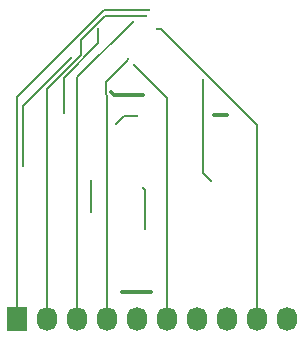
<source format=gbl>
G04 #@! TF.FileFunction,Copper,L2,Bot,Signal*
%FSLAX46Y46*%
G04 Gerber Fmt 4.6, Leading zero omitted, Abs format (unit mm)*
G04 Created by KiCad (PCBNEW 4.0.2+e4-6225~38~ubuntu16.04.1-stable) date Mon 15 Aug 2016 02:58:26 PM PDT*
%MOMM*%
G01*
G04 APERTURE LIST*
%ADD10C,0.150000*%
%ADD11R,1.727200X2.032000*%
%ADD12O,1.727200X2.032000*%
%ADD13C,0.320000*%
%ADD14C,0.160000*%
%ADD15C,0.350000*%
G04 APERTURE END LIST*
D10*
D11*
X111760000Y-78740000D03*
D12*
X114300000Y-78740000D03*
X116840000Y-78740000D03*
X119380000Y-78740000D03*
X121920000Y-78740000D03*
X124460000Y-78740000D03*
X127000000Y-78740000D03*
X129540000Y-78740000D03*
X132080000Y-78740000D03*
X134620000Y-78740000D03*
D13*
X117983000Y-67056000D03*
X117983000Y-69723000D03*
X128397000Y-61468000D03*
X129540000Y-61468000D03*
X120650000Y-76454000D03*
X123063000Y-76454000D03*
X119670000Y-59553002D03*
X122428000Y-59817000D03*
X118618000Y-54229000D03*
X115697000Y-61341000D03*
X120142000Y-62230000D03*
X121920000Y-61595000D03*
X116332000Y-56642000D03*
X112268000Y-65786000D03*
X122428000Y-67691000D03*
X122555000Y-71120000D03*
X122936000Y-52578000D03*
X122667013Y-53100987D03*
X121539000Y-53594000D03*
X121158000Y-56769000D03*
X121666000Y-57277000D03*
X123571000Y-54229000D03*
X127508000Y-58547000D03*
X128143000Y-67056000D03*
D14*
X117983000Y-69723000D02*
X117983000Y-67056000D01*
D15*
X129540000Y-61468000D02*
X128397000Y-61468000D01*
X123063000Y-76454000D02*
X120650000Y-76454000D01*
X122428000Y-59817000D02*
X119933998Y-59817000D01*
X119933998Y-59817000D02*
X119670000Y-59553002D01*
D14*
X115697000Y-58321567D02*
X118618000Y-55400567D01*
X115697000Y-61341000D02*
X115697000Y-58321567D01*
X118618000Y-54455274D02*
X118618000Y-54229000D01*
X118618000Y-55400567D02*
X118618000Y-54455274D01*
X121920000Y-61595000D02*
X120777000Y-61595000D01*
X120777000Y-61595000D02*
X120142000Y-62230000D01*
X112268000Y-60706000D02*
X116332000Y-56642000D01*
X112268000Y-65786000D02*
X112268000Y-60706000D01*
X122555000Y-71120000D02*
X122555000Y-67818000D01*
X122555000Y-67818000D02*
X122428000Y-67691000D01*
X111760000Y-59944000D02*
X111760000Y-78740000D01*
X111760000Y-59944000D02*
X119126000Y-52578000D01*
X119126000Y-52578000D02*
X122936000Y-52578000D01*
X114300000Y-59266004D02*
X117160009Y-56405995D01*
X117160009Y-55118001D02*
X119177023Y-53100987D01*
X117160009Y-56405995D02*
X117160009Y-55118001D01*
X114300000Y-78740000D02*
X114300000Y-59266004D01*
X122440739Y-53100987D02*
X122667013Y-53100987D01*
X119177023Y-53100987D02*
X122440739Y-53100987D01*
X116840000Y-58293000D02*
X121539000Y-53594000D01*
X116840000Y-78740000D02*
X116840000Y-58293000D01*
X119254990Y-58672010D02*
X120998001Y-56928999D01*
X119254990Y-59724906D02*
X119254990Y-58672010D01*
X120998001Y-56928999D02*
X121158000Y-56769000D01*
X119380000Y-59849916D02*
X119254990Y-59724906D01*
X119380000Y-78740000D02*
X119380000Y-59849916D01*
X124460000Y-78740000D02*
X124460000Y-60071000D01*
X124460000Y-60071000D02*
X121666000Y-57277000D01*
X132080000Y-62357000D02*
X123952000Y-54229000D01*
X123952000Y-54229000D02*
X123571000Y-54229000D01*
X132080000Y-78740000D02*
X132080000Y-62357000D01*
X128143000Y-67056000D02*
X127508000Y-66421000D01*
X127508000Y-66421000D02*
X127508000Y-58547000D01*
M02*

</source>
